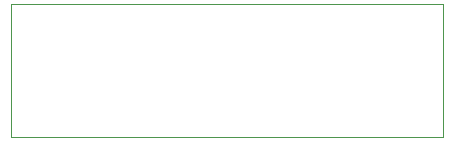
<source format=gbr>
%TF.GenerationSoftware,KiCad,Pcbnew,(6.0.10)*%
%TF.CreationDate,2023-05-27T15:44:21+03:00*%
%TF.ProjectId,BPF_5,4250465f-352e-46b6-9963-61645f706362,rev?*%
%TF.SameCoordinates,Original*%
%TF.FileFunction,Profile,NP*%
%FSLAX46Y46*%
G04 Gerber Fmt 4.6, Leading zero omitted, Abs format (unit mm)*
G04 Created by KiCad (PCBNEW (6.0.10)) date 2023-05-27 15:44:21*
%MOMM*%
%LPD*%
G01*
G04 APERTURE LIST*
%TA.AperFunction,Profile*%
%ADD10C,0.100000*%
%TD*%
G04 APERTURE END LIST*
D10*
X161000000Y-75750000D02*
X124500000Y-75750000D01*
X124500000Y-75750000D02*
X124500000Y-87000000D01*
X124500000Y-87000000D02*
X161000000Y-87000000D01*
X161000000Y-87000000D02*
X161000000Y-75750000D01*
M02*

</source>
